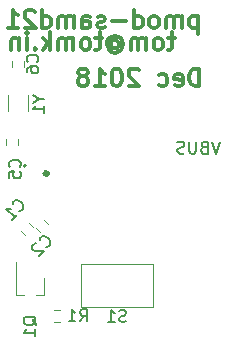
<source format=gbo>
G04 #@! TF.GenerationSoftware,KiCad,Pcbnew,5.0.1*
G04 #@! TF.CreationDate,2018-12-06T20:50:16-08:00*
G04 #@! TF.ProjectId,pmod-samd21,706D6F642D73616D6432312E6B696361,rev?*
G04 #@! TF.SameCoordinates,PX8822960PY9c3a754*
G04 #@! TF.FileFunction,Legend,Bot*
G04 #@! TF.FilePolarity,Positive*
%FSLAX46Y46*%
G04 Gerber Fmt 4.6, Leading zero omitted, Abs format (unit mm)*
G04 Created by KiCad (PCBNEW 5.0.1) date Thu 06 Dec 2018 08:50:16 PM PST*
%MOMM*%
%LPD*%
G01*
G04 APERTURE LIST*
%ADD10C,0.300000*%
%ADD11C,0.170000*%
%ADD12C,0.400000*%
%ADD13C,0.120000*%
%ADD14C,0.150000*%
%ADD15C,0.752000*%
%ADD16O,2.502000X1.302000*%
%ADD17O,1.902000X1.302000*%
%ADD18C,0.402000*%
%ADD19C,0.100000*%
%ADD20R,1.902000X1.102000*%
%ADD21C,0.602000*%
%ADD22R,0.602000X0.702000*%
%ADD23R,0.552000X1.602000*%
%ADD24R,0.502000X0.702000*%
%ADD25R,2.282000X1.702000*%
%ADD26C,1.602000*%
G04 APERTURE END LIST*
D10*
X16626042Y21965529D02*
X16626042Y23465529D01*
X16268900Y23465529D01*
X16054614Y23394100D01*
X15911757Y23251243D01*
X15840328Y23108386D01*
X15768900Y22822672D01*
X15768900Y22608386D01*
X15840328Y22322672D01*
X15911757Y22179815D01*
X16054614Y22036958D01*
X16268900Y21965529D01*
X16626042Y21965529D01*
X14554614Y22036958D02*
X14697471Y21965529D01*
X14983185Y21965529D01*
X15126042Y22036958D01*
X15197471Y22179815D01*
X15197471Y22751243D01*
X15126042Y22894100D01*
X14983185Y22965529D01*
X14697471Y22965529D01*
X14554614Y22894100D01*
X14483185Y22751243D01*
X14483185Y22608386D01*
X15197471Y22465529D01*
X13197471Y22036958D02*
X13340328Y21965529D01*
X13626042Y21965529D01*
X13768900Y22036958D01*
X13840328Y22108386D01*
X13911757Y22251243D01*
X13911757Y22679815D01*
X13840328Y22822672D01*
X13768900Y22894100D01*
X13626042Y22965529D01*
X13340328Y22965529D01*
X13197471Y22894100D01*
X11483185Y23322672D02*
X11411757Y23394100D01*
X11268900Y23465529D01*
X10911757Y23465529D01*
X10768900Y23394100D01*
X10697471Y23322672D01*
X10626042Y23179815D01*
X10626042Y23036958D01*
X10697471Y22822672D01*
X11554614Y21965529D01*
X10626042Y21965529D01*
X9697471Y23465529D02*
X9554614Y23465529D01*
X9411757Y23394100D01*
X9340328Y23322672D01*
X9268900Y23179815D01*
X9197471Y22894100D01*
X9197471Y22536958D01*
X9268900Y22251243D01*
X9340328Y22108386D01*
X9411757Y22036958D01*
X9554614Y21965529D01*
X9697471Y21965529D01*
X9840328Y22036958D01*
X9911757Y22108386D01*
X9983185Y22251243D01*
X10054614Y22536958D01*
X10054614Y22894100D01*
X9983185Y23179815D01*
X9911757Y23322672D01*
X9840328Y23394100D01*
X9697471Y23465529D01*
X7768900Y21965529D02*
X8626042Y21965529D01*
X8197471Y21965529D02*
X8197471Y23465529D01*
X8340328Y23251243D01*
X8483185Y23108386D01*
X8626042Y23036958D01*
X6911757Y22822672D02*
X7054614Y22894100D01*
X7126042Y22965529D01*
X7197471Y23108386D01*
X7197471Y23179815D01*
X7126042Y23322672D01*
X7054614Y23394100D01*
X6911757Y23465529D01*
X6626042Y23465529D01*
X6483185Y23394100D01*
X6411757Y23322672D01*
X6340328Y23179815D01*
X6340328Y23108386D01*
X6411757Y22965529D01*
X6483185Y22894100D01*
X6626042Y22822672D01*
X6911757Y22822672D01*
X7054614Y22751243D01*
X7126042Y22679815D01*
X7197471Y22536958D01*
X7197471Y22251243D01*
X7126042Y22108386D01*
X7054614Y22036958D01*
X6911757Y21965529D01*
X6626042Y21965529D01*
X6483185Y22036958D01*
X6411757Y22108386D01*
X6340328Y22251243D01*
X6340328Y22536958D01*
X6411757Y22679815D01*
X6483185Y22751243D01*
X6626042Y22822672D01*
X16470900Y27905829D02*
X16470900Y26405829D01*
X16470900Y27834400D02*
X16328042Y27905829D01*
X16042328Y27905829D01*
X15899471Y27834400D01*
X15828042Y27762972D01*
X15756614Y27620115D01*
X15756614Y27191543D01*
X15828042Y27048686D01*
X15899471Y26977258D01*
X16042328Y26905829D01*
X16328042Y26905829D01*
X16470900Y26977258D01*
X15113757Y26905829D02*
X15113757Y27905829D01*
X15113757Y27762972D02*
X15042328Y27834400D01*
X14899471Y27905829D01*
X14685185Y27905829D01*
X14542328Y27834400D01*
X14470900Y27691543D01*
X14470900Y26905829D01*
X14470900Y27691543D02*
X14399471Y27834400D01*
X14256614Y27905829D01*
X14042328Y27905829D01*
X13899471Y27834400D01*
X13828042Y27691543D01*
X13828042Y26905829D01*
X12899471Y26905829D02*
X13042328Y26977258D01*
X13113757Y27048686D01*
X13185185Y27191543D01*
X13185185Y27620115D01*
X13113757Y27762972D01*
X13042328Y27834400D01*
X12899471Y27905829D01*
X12685185Y27905829D01*
X12542328Y27834400D01*
X12470900Y27762972D01*
X12399471Y27620115D01*
X12399471Y27191543D01*
X12470900Y27048686D01*
X12542328Y26977258D01*
X12685185Y26905829D01*
X12899471Y26905829D01*
X11113757Y26905829D02*
X11113757Y28405829D01*
X11113757Y26977258D02*
X11256614Y26905829D01*
X11542328Y26905829D01*
X11685185Y26977258D01*
X11756614Y27048686D01*
X11828042Y27191543D01*
X11828042Y27620115D01*
X11756614Y27762972D01*
X11685185Y27834400D01*
X11542328Y27905829D01*
X11256614Y27905829D01*
X11113757Y27834400D01*
X10399471Y27477258D02*
X9256614Y27477258D01*
X8613757Y26977258D02*
X8470900Y26905829D01*
X8185185Y26905829D01*
X8042328Y26977258D01*
X7970900Y27120115D01*
X7970900Y27191543D01*
X8042328Y27334400D01*
X8185185Y27405829D01*
X8399471Y27405829D01*
X8542328Y27477258D01*
X8613757Y27620115D01*
X8613757Y27691543D01*
X8542328Y27834400D01*
X8399471Y27905829D01*
X8185185Y27905829D01*
X8042328Y27834400D01*
X6685185Y26905829D02*
X6685185Y27691543D01*
X6756614Y27834400D01*
X6899471Y27905829D01*
X7185185Y27905829D01*
X7328042Y27834400D01*
X6685185Y26977258D02*
X6828042Y26905829D01*
X7185185Y26905829D01*
X7328042Y26977258D01*
X7399471Y27120115D01*
X7399471Y27262972D01*
X7328042Y27405829D01*
X7185185Y27477258D01*
X6828042Y27477258D01*
X6685185Y27548686D01*
X5970900Y26905829D02*
X5970900Y27905829D01*
X5970900Y27762972D02*
X5899471Y27834400D01*
X5756614Y27905829D01*
X5542328Y27905829D01*
X5399471Y27834400D01*
X5328042Y27691543D01*
X5328042Y26905829D01*
X5328042Y27691543D02*
X5256614Y27834400D01*
X5113757Y27905829D01*
X4899471Y27905829D01*
X4756614Y27834400D01*
X4685185Y27691543D01*
X4685185Y26905829D01*
X3328042Y26905829D02*
X3328042Y28405829D01*
X3328042Y26977258D02*
X3470900Y26905829D01*
X3756614Y26905829D01*
X3899471Y26977258D01*
X3970900Y27048686D01*
X4042328Y27191543D01*
X4042328Y27620115D01*
X3970900Y27762972D01*
X3899471Y27834400D01*
X3756614Y27905829D01*
X3470900Y27905829D01*
X3328042Y27834400D01*
X2685185Y28262972D02*
X2613757Y28334400D01*
X2470900Y28405829D01*
X2113757Y28405829D01*
X1970900Y28334400D01*
X1899471Y28262972D01*
X1828042Y28120115D01*
X1828042Y27977258D01*
X1899471Y27762972D01*
X2756614Y26905829D01*
X1828042Y26905829D01*
X399471Y26905829D02*
X1256614Y26905829D01*
X828042Y26905829D02*
X828042Y28405829D01*
X970900Y28191543D01*
X1113757Y28048686D01*
X1256614Y27977258D01*
X14528714Y26026229D02*
X13957285Y26026229D01*
X14314428Y26526229D02*
X14314428Y25240515D01*
X14243000Y25097658D01*
X14100142Y25026229D01*
X13957285Y25026229D01*
X13243000Y25026229D02*
X13385857Y25097658D01*
X13457285Y25169086D01*
X13528714Y25311943D01*
X13528714Y25740515D01*
X13457285Y25883372D01*
X13385857Y25954800D01*
X13243000Y26026229D01*
X13028714Y26026229D01*
X12885857Y25954800D01*
X12814428Y25883372D01*
X12743000Y25740515D01*
X12743000Y25311943D01*
X12814428Y25169086D01*
X12885857Y25097658D01*
X13028714Y25026229D01*
X13243000Y25026229D01*
X12100142Y25026229D02*
X12100142Y26026229D01*
X12100142Y25883372D02*
X12028714Y25954800D01*
X11885857Y26026229D01*
X11671571Y26026229D01*
X11528714Y25954800D01*
X11457285Y25811943D01*
X11457285Y25026229D01*
X11457285Y25811943D02*
X11385857Y25954800D01*
X11243000Y26026229D01*
X11028714Y26026229D01*
X10885857Y25954800D01*
X10814428Y25811943D01*
X10814428Y25026229D01*
X9171571Y25740515D02*
X9243000Y25811943D01*
X9385857Y25883372D01*
X9528714Y25883372D01*
X9671571Y25811943D01*
X9743000Y25740515D01*
X9814428Y25597658D01*
X9814428Y25454800D01*
X9743000Y25311943D01*
X9671571Y25240515D01*
X9528714Y25169086D01*
X9385857Y25169086D01*
X9243000Y25240515D01*
X9171571Y25311943D01*
X9171571Y25883372D02*
X9171571Y25311943D01*
X9100142Y25240515D01*
X9028714Y25240515D01*
X8885857Y25311943D01*
X8814428Y25454800D01*
X8814428Y25811943D01*
X8957285Y26026229D01*
X9171571Y26169086D01*
X9457285Y26240515D01*
X9743000Y26169086D01*
X9957285Y26026229D01*
X10100142Y25811943D01*
X10171571Y25526229D01*
X10100142Y25240515D01*
X9957285Y25026229D01*
X9743000Y24883372D01*
X9457285Y24811943D01*
X9171571Y24883372D01*
X8957285Y25026229D01*
X8385857Y26026229D02*
X7814428Y26026229D01*
X8171571Y26526229D02*
X8171571Y25240515D01*
X8100142Y25097658D01*
X7957285Y25026229D01*
X7814428Y25026229D01*
X7100142Y25026229D02*
X7243000Y25097658D01*
X7314428Y25169086D01*
X7385857Y25311943D01*
X7385857Y25740515D01*
X7314428Y25883372D01*
X7243000Y25954800D01*
X7100142Y26026229D01*
X6885857Y26026229D01*
X6743000Y25954800D01*
X6671571Y25883372D01*
X6600142Y25740515D01*
X6600142Y25311943D01*
X6671571Y25169086D01*
X6743000Y25097658D01*
X6885857Y25026229D01*
X7100142Y25026229D01*
X5957285Y25026229D02*
X5957285Y26026229D01*
X5957285Y25883372D02*
X5885857Y25954800D01*
X5743000Y26026229D01*
X5528714Y26026229D01*
X5385857Y25954800D01*
X5314428Y25811943D01*
X5314428Y25026229D01*
X5314428Y25811943D02*
X5243000Y25954800D01*
X5100142Y26026229D01*
X4885857Y26026229D01*
X4743000Y25954800D01*
X4671571Y25811943D01*
X4671571Y25026229D01*
X3957285Y25026229D02*
X3957285Y26526229D01*
X3814428Y25597658D02*
X3385857Y25026229D01*
X3385857Y26026229D02*
X3957285Y25454800D01*
X2743000Y25169086D02*
X2671571Y25097658D01*
X2743000Y25026229D01*
X2814428Y25097658D01*
X2743000Y25169086D01*
X2743000Y25026229D01*
X2028714Y25026229D02*
X2028714Y26026229D01*
X2028714Y26526229D02*
X2100142Y26454800D01*
X2028714Y26383372D01*
X1957285Y26454800D01*
X2028714Y26526229D01*
X2028714Y26383372D01*
X1314428Y26026229D02*
X1314428Y25026229D01*
X1314428Y25883372D02*
X1243000Y25954800D01*
X1100142Y26026229D01*
X885857Y26026229D01*
X743000Y25954800D01*
X671571Y25811943D01*
X671571Y25026229D01*
D11*
G04 #@! TO.C,U1*
X1941933Y15219504D02*
G75*
G03X1941933Y15219504I-100000J0D01*
G01*
D12*
X3773469Y14581693D02*
G75*
G03X3773469Y14581693I-126999J0D01*
G01*
D13*
G04 #@! TO.C,Y1*
X395000Y19886300D02*
X395000Y21236300D01*
X2145000Y19886300D02*
X2145000Y21236300D01*
G04 #@! TO.C,C1*
X1876437Y9384183D02*
X1522883Y9737737D01*
X2187563Y10402417D02*
X2541117Y10048863D01*
G04 #@! TO.C,C2*
X3146437Y9638183D02*
X2792883Y9991737D01*
X3457563Y10656417D02*
X3811117Y10302863D01*
G04 #@! TO.C,C5*
X1232000Y17509300D02*
X1232000Y17009300D01*
X292000Y17009300D02*
X292000Y17509300D01*
G04 #@! TO.C,C6*
X1740000Y24113300D02*
X1740000Y23613300D01*
X800000Y23613300D02*
X800000Y24113300D01*
G04 #@! TO.C,Q1*
X2786000Y4332300D02*
X3446000Y4332300D01*
X1116000Y4332300D02*
X1786000Y4332300D01*
X1126000Y4332300D02*
X1126000Y7067300D01*
X3446000Y5742300D02*
X3446000Y4332300D01*
G04 #@! TO.C,R1*
X4322000Y3057300D02*
X4822000Y3057300D01*
X4822000Y1997300D02*
X4322000Y1997300D01*
G04 #@! TO.C,S1*
X6592000Y3257300D02*
X12712000Y3257300D01*
X12712000Y3257300D02*
X12712000Y6877300D01*
X12712000Y6877300D02*
X6592000Y6877300D01*
X6592000Y6877300D02*
X6592000Y3257300D01*
G04 #@! TO.C,Y1*
D14*
X3024190Y20910491D02*
X3500380Y20910491D01*
X2500380Y21243824D02*
X3024190Y20910491D01*
X2500380Y20577158D01*
X3500380Y19720015D02*
X3500380Y20291443D01*
X3500380Y20005729D02*
X2500380Y20005729D01*
X2643238Y20100967D01*
X2738476Y20196205D01*
X2786095Y20291443D01*
G04 #@! TO.C,C1*
X1386389Y11409613D02*
X1453732Y11409613D01*
X1588419Y11476957D01*
X1655763Y11544300D01*
X1723106Y11678988D01*
X1723106Y11813675D01*
X1689435Y11914690D01*
X1588419Y12083049D01*
X1487404Y12184064D01*
X1319045Y12285079D01*
X1218030Y12318751D01*
X1083343Y12318751D01*
X948656Y12251407D01*
X881312Y12184064D01*
X813969Y12049377D01*
X813969Y11982033D01*
X780297Y10668835D02*
X1184358Y11072896D01*
X982328Y10870865D02*
X275221Y11577972D01*
X443580Y11544300D01*
X578267Y11544300D01*
X679282Y11577972D01*
G04 #@! TO.C,C2*
X3672389Y8361613D02*
X3739732Y8361613D01*
X3874419Y8428957D01*
X3941763Y8496300D01*
X4009106Y8630988D01*
X4009106Y8765675D01*
X3975435Y8866690D01*
X3874419Y9035049D01*
X3773404Y9136064D01*
X3605045Y9237079D01*
X3504030Y9270751D01*
X3369343Y9270751D01*
X3234656Y9203407D01*
X3167312Y9136064D01*
X3099969Y9001377D01*
X3099969Y8934033D01*
X2830595Y8664659D02*
X2763251Y8664659D01*
X2662236Y8630988D01*
X2493877Y8462629D01*
X2460206Y8361613D01*
X2460206Y8294270D01*
X2493877Y8193255D01*
X2561221Y8125911D01*
X2695908Y8058568D01*
X3504030Y8058568D01*
X3066297Y7620835D01*
G04 #@! TO.C,C5*
X1398542Y15139967D02*
X1446161Y15187586D01*
X1493780Y15330443D01*
X1493780Y15425681D01*
X1446161Y15568539D01*
X1350923Y15663777D01*
X1255685Y15711396D01*
X1065209Y15759015D01*
X922352Y15759015D01*
X731876Y15711396D01*
X636638Y15663777D01*
X541400Y15568539D01*
X493780Y15425681D01*
X493780Y15330443D01*
X541400Y15187586D01*
X589019Y15139967D01*
X493780Y14235205D02*
X493780Y14711396D01*
X969971Y14759015D01*
X922352Y14711396D01*
X874733Y14616158D01*
X874733Y14378062D01*
X922352Y14282824D01*
X969971Y14235205D01*
X1065209Y14187586D01*
X1303304Y14187586D01*
X1398542Y14235205D01*
X1446161Y14282824D01*
X1493780Y14378062D01*
X1493780Y14616158D01*
X1446161Y14711396D01*
X1398542Y14759015D01*
G04 #@! TO.C,C6*
X2897142Y24029967D02*
X2944761Y24077586D01*
X2992380Y24220443D01*
X2992380Y24315681D01*
X2944761Y24458539D01*
X2849523Y24553777D01*
X2754285Y24601396D01*
X2563809Y24649015D01*
X2420952Y24649015D01*
X2230476Y24601396D01*
X2135238Y24553777D01*
X2040000Y24458539D01*
X1992380Y24315681D01*
X1992380Y24220443D01*
X2040000Y24077586D01*
X2087619Y24029967D01*
X1992380Y23172824D02*
X1992380Y23363300D01*
X2040000Y23458539D01*
X2087619Y23506158D01*
X2230476Y23601396D01*
X2420952Y23649015D01*
X2801904Y23649015D01*
X2897142Y23601396D01*
X2944761Y23553777D01*
X2992380Y23458539D01*
X2992380Y23268062D01*
X2944761Y23172824D01*
X2897142Y23125205D01*
X2801904Y23077586D01*
X2563809Y23077586D01*
X2468571Y23125205D01*
X2420952Y23172824D01*
X2373333Y23268062D01*
X2373333Y23458539D01*
X2420952Y23553777D01*
X2468571Y23601396D01*
X2563809Y23649015D01*
G04 #@! TO.C,Q1*
X2833619Y1733539D02*
X2786000Y1828777D01*
X2690761Y1924015D01*
X2547904Y2066872D01*
X2500285Y2162110D01*
X2500285Y2257348D01*
X2738380Y2209729D02*
X2690761Y2304967D01*
X2595523Y2400205D01*
X2405047Y2447824D01*
X2071714Y2447824D01*
X1881238Y2400205D01*
X1786000Y2304967D01*
X1738380Y2209729D01*
X1738380Y2019253D01*
X1786000Y1924015D01*
X1881238Y1828777D01*
X2071714Y1781158D01*
X2405047Y1781158D01*
X2595523Y1828777D01*
X2690761Y1924015D01*
X2738380Y2019253D01*
X2738380Y2209729D01*
X2738380Y828777D02*
X2738380Y1400205D01*
X2738380Y1114491D02*
X1738380Y1114491D01*
X1881238Y1209729D01*
X1976476Y1304967D01*
X2024095Y1400205D01*
G04 #@! TO.C,R1*
X6516666Y2074920D02*
X6850000Y2551110D01*
X7088095Y2074920D02*
X7088095Y3074920D01*
X6707142Y3074920D01*
X6611904Y3027300D01*
X6564285Y2979681D01*
X6516666Y2884443D01*
X6516666Y2741586D01*
X6564285Y2646348D01*
X6611904Y2598729D01*
X6707142Y2551110D01*
X7088095Y2551110D01*
X5564285Y2074920D02*
X6135714Y2074920D01*
X5850000Y2074920D02*
X5850000Y3074920D01*
X5945238Y2932062D01*
X6040476Y2836824D01*
X6135714Y2789205D01*
G04 #@! TO.C,S1*
X10413904Y2062539D02*
X10271047Y2014920D01*
X10032952Y2014920D01*
X9937714Y2062539D01*
X9890095Y2110158D01*
X9842476Y2205396D01*
X9842476Y2300634D01*
X9890095Y2395872D01*
X9937714Y2443491D01*
X10032952Y2491110D01*
X10223428Y2538729D01*
X10318666Y2586348D01*
X10366285Y2633967D01*
X10413904Y2729205D01*
X10413904Y2824443D01*
X10366285Y2919681D01*
X10318666Y2967300D01*
X10223428Y3014920D01*
X9985333Y3014920D01*
X9842476Y2967300D01*
X8890095Y2014920D02*
X9461523Y2014920D01*
X9175809Y2014920D02*
X9175809Y3014920D01*
X9271047Y2872062D01*
X9366285Y2776824D01*
X9461523Y2729205D01*
G04 #@! TO.C,TP1*
X18343333Y17266920D02*
X18010000Y16266920D01*
X17676666Y17266920D01*
X17010000Y16790729D02*
X16867142Y16743110D01*
X16819523Y16695491D01*
X16771904Y16600253D01*
X16771904Y16457396D01*
X16819523Y16362158D01*
X16867142Y16314539D01*
X16962380Y16266920D01*
X17343333Y16266920D01*
X17343333Y17266920D01*
X17010000Y17266920D01*
X16914761Y17219300D01*
X16867142Y17171681D01*
X16819523Y17076443D01*
X16819523Y16981205D01*
X16867142Y16885967D01*
X16914761Y16838348D01*
X17010000Y16790729D01*
X17343333Y16790729D01*
X16343333Y17266920D02*
X16343333Y16457396D01*
X16295714Y16362158D01*
X16248095Y16314539D01*
X16152857Y16266920D01*
X15962380Y16266920D01*
X15867142Y16314539D01*
X15819523Y16362158D01*
X15771904Y16457396D01*
X15771904Y17266920D01*
X15343333Y16314539D02*
X15200476Y16266920D01*
X14962380Y16266920D01*
X14867142Y16314539D01*
X14819523Y16362158D01*
X14771904Y16457396D01*
X14771904Y16552634D01*
X14819523Y16647872D01*
X14867142Y16695491D01*
X14962380Y16743110D01*
X15152857Y16790729D01*
X15248095Y16838348D01*
X15295714Y16885967D01*
X15343333Y16981205D01*
X15343333Y17076443D01*
X15295714Y17171681D01*
X15248095Y17219300D01*
X15152857Y17266920D01*
X14914761Y17266920D01*
X14771904Y17219300D01*
G04 #@! TD*
%LPC*%
D15*
G04 #@! TO.C,J3*
X13322000Y11702300D03*
X13322000Y17482300D03*
D16*
X12822000Y10272300D03*
D17*
X17002000Y10272300D03*
D16*
X12822000Y18912300D03*
D17*
X17002000Y18912300D03*
G04 #@! TD*
D18*
G04 #@! TO.C,U1*
X2197608Y15617605D03*
D19*
G36*
X2888451Y15211019D02*
X2604194Y14926762D01*
X1506765Y16024191D01*
X1791022Y16308448D01*
X2888451Y15211019D01*
X2888451Y15211019D01*
G37*
D18*
X2551161Y15971158D03*
D19*
G36*
X3242004Y15564572D02*
X2957747Y15280315D01*
X1860318Y16377744D01*
X2144575Y16662001D01*
X3242004Y15564572D01*
X3242004Y15564572D01*
G37*
D18*
X2904715Y16324712D03*
D19*
G36*
X3595558Y15918126D02*
X3311301Y15633869D01*
X2213872Y16731298D01*
X2498129Y17015555D01*
X3595558Y15918126D01*
X3595558Y15918126D01*
G37*
D18*
X3258268Y16678265D03*
D19*
G36*
X3949111Y16271679D02*
X3664854Y15987422D01*
X2567425Y17084851D01*
X2851682Y17369108D01*
X3949111Y16271679D01*
X3949111Y16271679D01*
G37*
D18*
X3611821Y17031818D03*
D19*
G36*
X4302664Y16625232D02*
X4018407Y16340975D01*
X2920978Y17438404D01*
X3205235Y17722661D01*
X4302664Y16625232D01*
X4302664Y16625232D01*
G37*
D18*
X3965375Y17385372D03*
D19*
G36*
X4656218Y16978786D02*
X4371961Y16694529D01*
X3274532Y17791958D01*
X3558789Y18076215D01*
X4656218Y16978786D01*
X4656218Y16978786D01*
G37*
D18*
X4318928Y17738925D03*
D19*
G36*
X5009771Y17332339D02*
X4725514Y17048082D01*
X3628085Y18145511D01*
X3912342Y18429768D01*
X5009771Y17332339D01*
X5009771Y17332339D01*
G37*
D18*
X4672482Y18092479D03*
D19*
G36*
X5363325Y17685893D02*
X5079068Y17401636D01*
X3981639Y18499065D01*
X4265896Y18783322D01*
X5363325Y17685893D01*
X5363325Y17685893D01*
G37*
D18*
X5026035Y18446032D03*
D19*
G36*
X5716878Y18039446D02*
X5432621Y17755189D01*
X4335192Y18852618D01*
X4619449Y19136875D01*
X5716878Y18039446D01*
X5716878Y18039446D01*
G37*
D18*
X5733142Y19153139D03*
D19*
G36*
X6423985Y18746553D02*
X6139728Y18462296D01*
X5042299Y19559725D01*
X5326556Y19843982D01*
X6423985Y18746553D01*
X6423985Y18746553D01*
G37*
D18*
X6086695Y19506692D03*
D19*
G36*
X6777538Y19100106D02*
X6493281Y18815849D01*
X5395852Y19913278D01*
X5680109Y20197535D01*
X6777538Y19100106D01*
X6777538Y19100106D01*
G37*
D18*
X8137305Y19506692D03*
D19*
G36*
X7730719Y18815849D02*
X7446462Y19100106D01*
X8543891Y20197535D01*
X8828148Y19913278D01*
X7730719Y18815849D01*
X7730719Y18815849D01*
G37*
D18*
X8490858Y19153139D03*
D19*
G36*
X8084272Y18462296D02*
X7800015Y18746553D01*
X8897444Y19843982D01*
X9181701Y19559725D01*
X8084272Y18462296D01*
X8084272Y18462296D01*
G37*
D18*
X8844412Y18799585D03*
D19*
G36*
X8437826Y18108742D02*
X8153569Y18392999D01*
X9250998Y19490428D01*
X9535255Y19206171D01*
X8437826Y18108742D01*
X8437826Y18108742D01*
G37*
D18*
X9197965Y18446032D03*
D19*
G36*
X8791379Y17755189D02*
X8507122Y18039446D01*
X9604551Y19136875D01*
X9888808Y18852618D01*
X8791379Y17755189D01*
X8791379Y17755189D01*
G37*
D18*
X9551518Y18092479D03*
D19*
G36*
X9958104Y18783322D02*
X10242361Y18499065D01*
X9144932Y17401636D01*
X8860675Y17685893D01*
X9958104Y18783322D01*
X9958104Y18783322D01*
G37*
D18*
X9905072Y17738925D03*
D19*
G36*
X9498486Y17048082D02*
X9214229Y17332339D01*
X10311658Y18429768D01*
X10595915Y18145511D01*
X9498486Y17048082D01*
X9498486Y17048082D01*
G37*
D18*
X10258625Y17385372D03*
D19*
G36*
X10665211Y18076215D02*
X10949468Y17791958D01*
X9852039Y16694529D01*
X9567782Y16978786D01*
X10665211Y18076215D01*
X10665211Y18076215D01*
G37*
D18*
X10612179Y17031818D03*
D19*
G36*
X11018765Y17722661D02*
X11303022Y17438404D01*
X10205593Y16340975D01*
X9921336Y16625232D01*
X11018765Y17722661D01*
X11018765Y17722661D01*
G37*
D18*
X10965732Y16678265D03*
D19*
G36*
X11372318Y17369108D02*
X11656575Y17084851D01*
X10559146Y15987422D01*
X10274889Y16271679D01*
X11372318Y17369108D01*
X11372318Y17369108D01*
G37*
D18*
X11319285Y16324712D03*
D19*
G36*
X11725871Y17015555D02*
X12010128Y16731298D01*
X10912699Y15633869D01*
X10628442Y15918126D01*
X11725871Y17015555D01*
X11725871Y17015555D01*
G37*
D18*
X11672839Y15971158D03*
D19*
G36*
X12079425Y16662001D02*
X12363682Y16377744D01*
X11266253Y15280315D01*
X10981996Y15564572D01*
X12079425Y16662001D01*
X12079425Y16662001D01*
G37*
D18*
X12026392Y15617605D03*
D19*
G36*
X12432978Y16308448D02*
X12717235Y16024191D01*
X11619806Y14926762D01*
X11335549Y15211019D01*
X12432978Y16308448D01*
X12432978Y16308448D01*
G37*
D18*
X5379588Y18799585D03*
D19*
G36*
X6070431Y18392999D02*
X5786174Y18108742D01*
X4688745Y19206171D01*
X4973002Y19490428D01*
X6070431Y18392999D01*
X6070431Y18392999D01*
G37*
D18*
X12005179Y13588208D03*
D19*
G36*
X11314336Y13994794D02*
X11598593Y14279051D01*
X12696022Y13181622D01*
X12411765Y12897365D01*
X11314336Y13994794D01*
X11314336Y13994794D01*
G37*
D18*
X11672839Y13213442D03*
D19*
G36*
X10981996Y13620028D02*
X11266253Y13904285D01*
X12363682Y12806856D01*
X12079425Y12522599D01*
X10981996Y13620028D01*
X10981996Y13620028D01*
G37*
D18*
X11319285Y12859888D03*
D19*
G36*
X10628442Y13266474D02*
X10912699Y13550731D01*
X12010128Y12453302D01*
X11725871Y12169045D01*
X10628442Y13266474D01*
X10628442Y13266474D01*
G37*
D18*
X10965732Y12506335D03*
D19*
G36*
X10274889Y12912921D02*
X10559146Y13197178D01*
X11656575Y12099749D01*
X11372318Y11815492D01*
X10274889Y12912921D01*
X10274889Y12912921D01*
G37*
D18*
X10612179Y12152782D03*
D19*
G36*
X9921336Y12559368D02*
X10205593Y12843625D01*
X11303022Y11746196D01*
X11018765Y11461939D01*
X9921336Y12559368D01*
X9921336Y12559368D01*
G37*
D18*
X10258625Y11799228D03*
D19*
G36*
X9567782Y12205814D02*
X9852039Y12490071D01*
X10949468Y11392642D01*
X10665211Y11108385D01*
X9567782Y12205814D01*
X9567782Y12205814D01*
G37*
D18*
X9905072Y11445675D03*
D19*
G36*
X9214229Y11852261D02*
X9498486Y12136518D01*
X10595915Y11039089D01*
X10311658Y10754832D01*
X9214229Y11852261D01*
X9214229Y11852261D01*
G37*
D18*
X9551518Y11092121D03*
D19*
G36*
X8860675Y11498707D02*
X9144932Y11782964D01*
X10242361Y10685535D01*
X9958104Y10401278D01*
X8860675Y11498707D01*
X8860675Y11498707D01*
G37*
D18*
X9197965Y10738568D03*
D19*
G36*
X8507122Y11145154D02*
X8791379Y11429411D01*
X9888808Y10331982D01*
X9604551Y10047725D01*
X8507122Y11145154D01*
X8507122Y11145154D01*
G37*
D18*
X8490858Y10031461D03*
D19*
G36*
X7800015Y10438047D02*
X8084272Y10722304D01*
X9181701Y9624875D01*
X8897444Y9340618D01*
X7800015Y10438047D01*
X7800015Y10438047D01*
G37*
D18*
X8137305Y9677908D03*
D19*
G36*
X7446462Y10084494D02*
X7730719Y10368751D01*
X8828148Y9271322D01*
X8543891Y8987065D01*
X7446462Y10084494D01*
X7446462Y10084494D01*
G37*
D18*
X8844412Y10385015D03*
D19*
G36*
X8153569Y10791601D02*
X8437826Y11075858D01*
X9535255Y9978429D01*
X9250998Y9694172D01*
X8153569Y10791601D01*
X8153569Y10791601D01*
G37*
D18*
X6086695Y9677908D03*
D19*
G36*
X6493281Y10368751D02*
X6777538Y10084494D01*
X5680109Y8987065D01*
X5395852Y9271322D01*
X6493281Y10368751D01*
X6493281Y10368751D01*
G37*
D18*
X5733142Y10031461D03*
D19*
G36*
X6139728Y10722304D02*
X6423985Y10438047D01*
X5326556Y9340618D01*
X5042299Y9624875D01*
X6139728Y10722304D01*
X6139728Y10722304D01*
G37*
D18*
X5379588Y10385015D03*
D19*
G36*
X5786174Y11075858D02*
X6070431Y10791601D01*
X4973002Y9694172D01*
X4688745Y9978429D01*
X5786174Y11075858D01*
X5786174Y11075858D01*
G37*
D18*
X5026035Y10738568D03*
D19*
G36*
X5432621Y11429411D02*
X5716878Y11145154D01*
X4619449Y10047725D01*
X4335192Y10331982D01*
X5432621Y11429411D01*
X5432621Y11429411D01*
G37*
D18*
X4672482Y11092121D03*
D19*
G36*
X5079068Y11782964D02*
X5363325Y11498707D01*
X4265896Y10401278D01*
X3981639Y10685535D01*
X5079068Y11782964D01*
X5079068Y11782964D01*
G37*
D18*
X4318928Y11445675D03*
D19*
G36*
X4725514Y12136518D02*
X5009771Y11852261D01*
X3912342Y10754832D01*
X3628085Y11039089D01*
X4725514Y12136518D01*
X4725514Y12136518D01*
G37*
D18*
X3965375Y11799228D03*
D19*
G36*
X3558789Y11108385D02*
X3274532Y11392642D01*
X4371961Y12490071D01*
X4656218Y12205814D01*
X3558789Y11108385D01*
X3558789Y11108385D01*
G37*
D18*
X3611821Y12152782D03*
D19*
G36*
X3205235Y11461939D02*
X2920978Y11746196D01*
X4018407Y12843625D01*
X4302664Y12559368D01*
X3205235Y11461939D01*
X3205235Y11461939D01*
G37*
D18*
X3258268Y12506335D03*
D19*
G36*
X2851682Y11815492D02*
X2567425Y12099749D01*
X3664854Y13197178D01*
X3949111Y12912921D01*
X2851682Y11815492D01*
X2851682Y11815492D01*
G37*
D18*
X2904715Y12859888D03*
D19*
G36*
X2498129Y12169045D02*
X2213872Y12453302D01*
X3311301Y13550731D01*
X3595558Y13266474D01*
X2498129Y12169045D01*
X2498129Y12169045D01*
G37*
D18*
X2551161Y13213442D03*
D19*
G36*
X2144575Y12522599D02*
X1860318Y12806856D01*
X2957747Y13904285D01*
X3242004Y13620028D01*
X2144575Y12522599D01*
X2144575Y12522599D01*
G37*
D18*
X2197608Y13566995D03*
D19*
G36*
X1791022Y12876152D02*
X1506765Y13160409D01*
X2604194Y14257838D01*
X2888451Y13973581D01*
X1791022Y12876152D01*
X1791022Y12876152D01*
G37*
G04 #@! TD*
D20*
G04 #@! TO.C,Y1*
X1270000Y21811300D03*
X1270000Y19311300D03*
G04 #@! TD*
D21*
G04 #@! TO.C,C1*
X1643091Y10282209D03*
D19*
G36*
X1182057Y10317564D02*
X1607736Y10743243D01*
X2104125Y10246854D01*
X1678446Y9821175D01*
X1182057Y10317564D01*
X1182057Y10317564D01*
G37*
D21*
X2420909Y9504391D03*
D19*
G36*
X1959875Y9539746D02*
X2385554Y9965425D01*
X2881943Y9469036D01*
X2456264Y9043357D01*
X1959875Y9539746D01*
X1959875Y9539746D01*
G37*
G04 #@! TD*
D21*
G04 #@! TO.C,C2*
X2913091Y10536209D03*
D19*
G36*
X2452057Y10571564D02*
X2877736Y10997243D01*
X3374125Y10500854D01*
X2948446Y10075175D01*
X2452057Y10571564D01*
X2452057Y10571564D01*
G37*
D21*
X3690909Y9758391D03*
D19*
G36*
X3229875Y9793746D02*
X3655554Y10219425D01*
X4151943Y9723036D01*
X3726264Y9297357D01*
X3229875Y9793746D01*
X3229875Y9793746D01*
G37*
G04 #@! TD*
D22*
G04 #@! TO.C,C5*
X762000Y16709300D03*
X762000Y17809300D03*
G04 #@! TD*
G04 #@! TO.C,C6*
X1270000Y23313300D03*
X1270000Y24413300D03*
G04 #@! TD*
D23*
G04 #@! TO.C,Q1*
X1636000Y6397300D03*
X2936000Y6397300D03*
X2286000Y3737300D03*
G04 #@! TD*
D24*
G04 #@! TO.C,R1*
X5022000Y2527300D03*
X4122000Y2527300D03*
G04 #@! TD*
D25*
G04 #@! TO.C,S1*
X5062000Y5067300D03*
X14242000Y5067300D03*
G04 #@! TD*
D26*
G04 #@! TO.C,TP1*
X16510000Y14719300D03*
G04 #@! TD*
M02*

</source>
